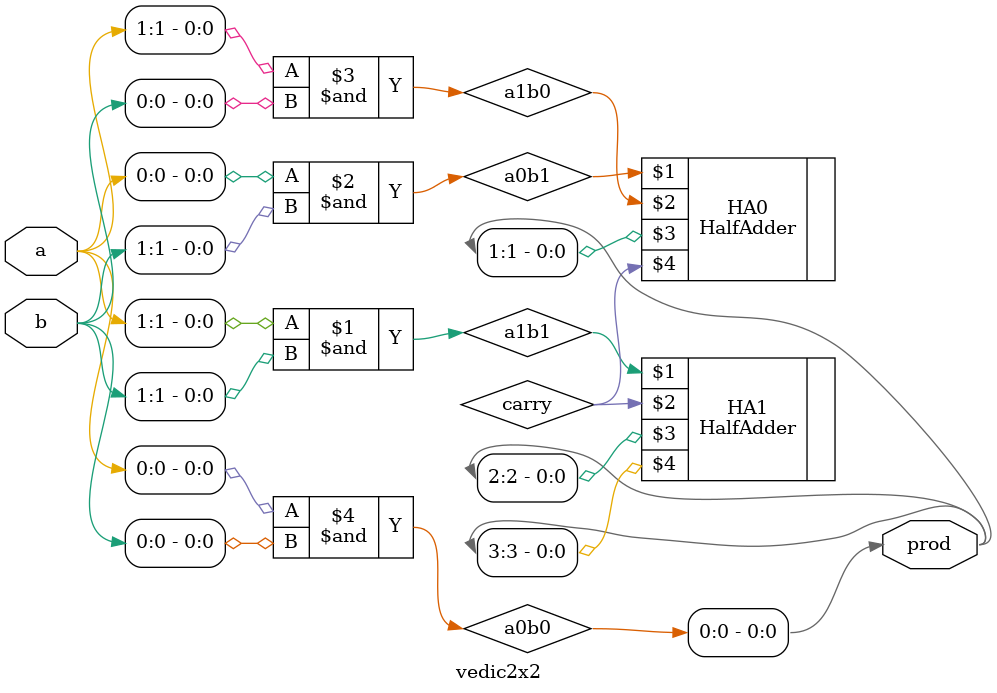
<source format=v>
module vedic2x2(
	input [1:0]a,b,
	output [3:0]prod);
	
	wire a1b1 = a[1] & b[1];
	wire a0b1 = a[0] & b[1];
	wire a1b0 = a[1] & b[0];
	wire a0b0 = a[0] & b[0];
	wire carry;
	
	assign prod[0] = a0b0;
	
	HalfAdder HA0(a0b1, a1b0, prod[1], carry);
	HalfAdder HA1(a1b1, carry, prod[2], prod[3]);
	
endmodule

</source>
